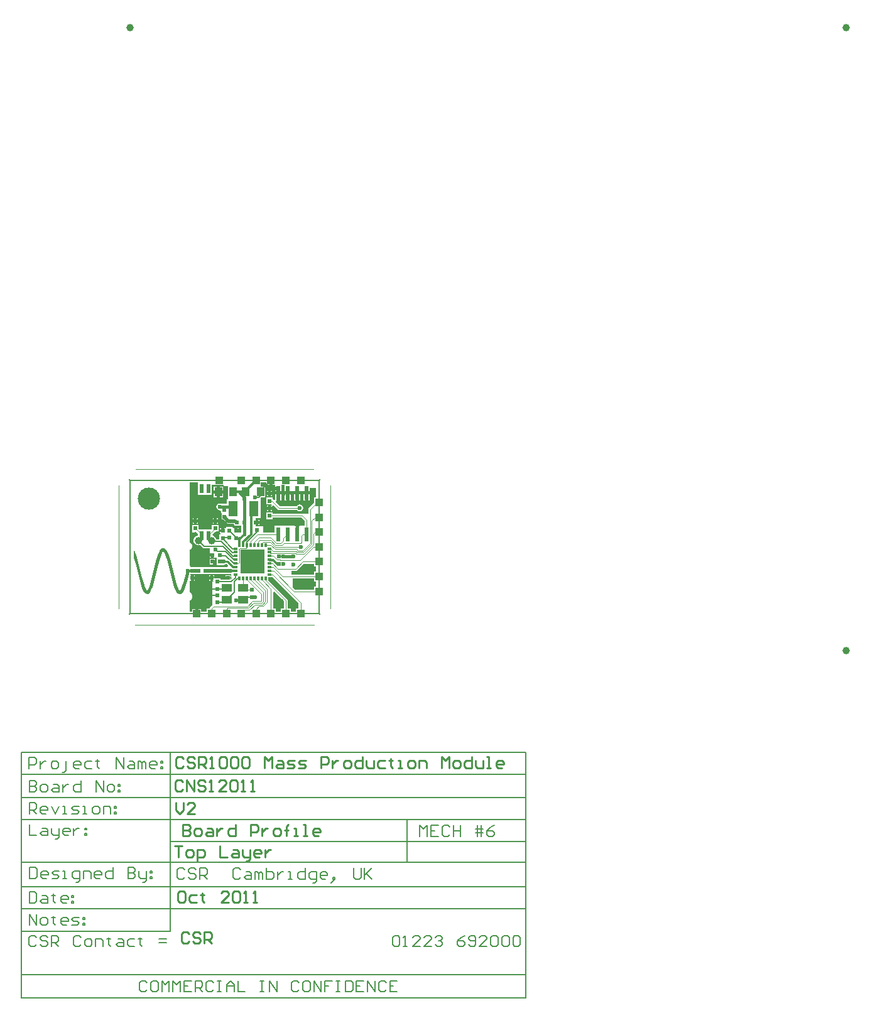
<source format=gtl>
%FSAX44Y44*%
%MOMM*%
G71*
G01*
G75*
G04 Layer_Physical_Order=1*
G04 Layer_Color=255*
%ADD10R,0.6000X1.9000*%
%ADD11R,0.3500X0.5000*%
%ADD12R,0.5000X0.3500*%
%ADD13R,3.2000X3.2000*%
%ADD14R,1.4000X1.1000*%
%ADD15R,0.6000X1.2000*%
%ADD16R,1.3000X2.1000*%
%ADD17R,1.0000X1.2000*%
%ADD18R,0.5000X0.5000*%
%ADD19C,1.0000*%
%ADD20R,0.5000X0.5000*%
%ADD21C,0.2600*%
%ADD22C,0.2000*%
%ADD23C,0.1500*%
%ADD24C,0.4500*%
%ADD25C,0.3500*%
%ADD26C,0.1250*%
%ADD27C,0.4000*%
%ADD28C,0.2540*%
%ADD29C,0.3000*%
%ADD30C,0.5000*%
%ADD31C,0.0000*%
%ADD32C,0.1000*%
%ADD33R,1.0000X1.0000*%
%ADD34C,0.3000*%
%ADD35R,1.0000X1.0000*%
%ADD36C,3.0000*%
%ADD37C,0.6000*%
G36*
X00514209Y00857661D02*
X00514210Y00857662D01*
Y00857662D01*
X00514209Y00857661D01*
D02*
G37*
G36*
X00573640Y00860100D02*
Y00856600D01*
X00568640Y00856100D01*
X00533640D01*
Y00861100D01*
X00568640D01*
X00573640Y00860100D01*
D02*
G37*
G36*
X00443700Y00876078D02*
X00443700Y00876080D01*
X00443699Y00876083D01*
X00443700Y00876078D01*
D02*
G37*
G36*
X00682640Y00864100D02*
X00685140D01*
Y00857100D01*
X00682640D01*
Y00853276D01*
X00652240D01*
Y00853300D01*
X00652240D01*
Y00858424D01*
X00657640D01*
X00657640Y00858423D01*
X00658494Y00858594D01*
X00658664Y00858627D01*
X00659533Y00859208D01*
X00659533Y00859207D01*
X00659533Y00859208D01*
X00668249Y00867924D01*
X00682640D01*
Y00864100D01*
D02*
G37*
G36*
X00446452Y00847987D02*
X00446453Y00847985D01*
X00446452Y00847988D01*
X00446452Y00847987D01*
D02*
G37*
G36*
X00508778Y00837331D02*
X00508778Y00837335D01*
X00508778Y00837335D01*
X00508778Y00837334D01*
X00508777Y00837328D01*
X00508778Y00837331D01*
X00508777Y00837328D01*
X00508776Y00837329D01*
X00508778Y00837334D01*
X00508778Y00837335D01*
X00508778Y00837335D01*
X00508779Y00837336D01*
X00508778Y00837331D01*
D02*
G37*
G36*
X00528640Y00856100D02*
X00515640D01*
Y00856237D01*
X00514340Y00856400D01*
Y00860300D01*
X00515640Y00860733D01*
Y00861100D01*
X00528640D01*
Y00856100D01*
D02*
G37*
G36*
X00533640Y00854061D02*
X00568640D01*
X00568741Y00854081D01*
X00568843Y00854071D01*
X00569134Y00854100D01*
X00570140D01*
Y00852600D01*
Y00847265D01*
X00569640Y00846765D01*
Y00852100D01*
X00562640D01*
Y00851100D01*
X00563640D01*
Y00849600D01*
X00566140D01*
Y00846600D01*
X00563640D01*
Y00846200D01*
X00556340Y00846500D01*
Y00848100D01*
X00547640D01*
Y00848800D01*
X00546140D01*
Y00848600D01*
Y00845100D01*
X00546640D01*
Y00843600D01*
X00545140D01*
Y00827350D01*
Y00812600D01*
X00545140Y00812600D01*
X00545140D01*
X00545206Y00812382D01*
X00544997Y00812243D01*
X00542497Y00809743D01*
X00541917Y00808874D01*
X00541884Y00808704D01*
X00541714Y00807850D01*
X00537963Y00807100D01*
X00537640D01*
Y00803100D01*
X00530140D01*
Y00806600D01*
X00526140D01*
Y00800600D01*
X00522140D01*
Y00806600D01*
X00518140D01*
Y00803100D01*
X00514890D01*
Y00818273D01*
X00515237Y00818343D01*
X00516576Y00819238D01*
X00517472Y00820577D01*
X00517786Y00822158D01*
Y00825657D01*
X00517786Y00825657D01*
X00517786Y00825658D01*
Y00825658D01*
X00517472Y00827238D01*
X00516576Y00828577D01*
X00515237Y00829473D01*
X00514890Y00829541D01*
Y00845100D01*
X00516140D01*
Y00848600D01*
Y00852235D01*
X00515445Y00853082D01*
X00515640Y00854061D01*
X00528640D01*
X00528837Y00854100D01*
X00530640D01*
Y00854100D01*
X00530640D01*
X00530640Y00854100D01*
X00531640D01*
Y00854100D01*
X00533443D01*
X00533640Y00854061D01*
D02*
G37*
G36*
X00481821Y00888288D02*
X00481801Y00888302D01*
X00481801Y00888301D01*
X00481822Y00888288D01*
X00481821Y00888288D01*
X00481822Y00888287D01*
X00481820Y00888286D01*
X00481810Y00888294D01*
X00481801Y00888301D01*
X00481801Y00888301D01*
X00481800Y00888302D01*
X00481821Y00888288D01*
D02*
G37*
G36*
X00475914Y00887798D02*
X00475907Y00887793D01*
X00475899Y00887783D01*
X00475897Y00887782D01*
X00475897Y00887783D01*
X00475896Y00887783D01*
X00475897Y00887783D01*
X00475897Y00887783D01*
X00475907Y00887793D01*
X00475914Y00887799D01*
X00475902Y00887791D01*
X00475897Y00887783D01*
D01*
X00475902Y00887791D01*
X00475914Y00887799D01*
X00475914Y00887798D01*
D02*
G37*
G36*
X00476980Y00888651D02*
X00476979Y00888653D01*
X00476980Y00888653D01*
X00476980Y00888651D01*
D02*
G37*
G36*
X00481799Y00888303D02*
X00481801Y00888301D01*
X00481810Y00888294D01*
X00481821Y00888286D01*
X00482722Y00887420D01*
X00482734Y00887406D01*
X00482735Y00887405D01*
X00483408Y00886521D01*
X00483409Y00886519D01*
X00483409Y00886519D01*
X00483409Y00886520D01*
X00483408Y00886521D01*
X00483401Y00886532D01*
X00483409Y00886519D01*
X00483408Y00886520D01*
X00483409Y00886520D01*
X00483409Y00886519D01*
X00483410Y00886517D01*
X00483409Y00886519D01*
X00483410Y00886517D01*
X00484414Y00884819D01*
X00484412Y00884823D01*
X00484414Y00884819D01*
X00484414Y00884819D01*
X00484413Y00884821D01*
X00484422Y00884808D01*
X00484414Y00884819D01*
X00484420Y00884807D01*
X00485916Y00881407D01*
X00485914Y00881415D01*
X00485915Y00881413D01*
X00485918Y00881403D01*
X00485916Y00881407D01*
X00485917Y00881403D01*
X00488128Y00874628D01*
X00488127Y00874634D01*
X00488129Y00874627D01*
X00488128Y00874628D01*
X00488128Y00874627D01*
X00490798Y00864460D01*
X00490799Y00864458D01*
X00494092Y00850958D01*
X00495842Y00844288D01*
X00497849Y00837784D01*
X00499056Y00834697D01*
X00500500Y00832047D01*
X00500876Y00831586D01*
X00501145Y00831349D01*
X00501281Y00831464D01*
X00501455Y00831642D01*
X00501839Y00832128D01*
X00502221Y00832719D01*
X00502943Y00834077D01*
X00503588Y00835553D01*
X00504742Y00838690D01*
X00505764Y00841933D01*
X00506699Y00845235D01*
X00508430Y00851921D01*
X00510070Y00858660D01*
X00510071Y00858661D01*
X00510075Y00858681D01*
X00510103Y00858724D01*
X00510146Y00858752D01*
X00510196Y00858762D01*
X00510225Y00858756D01*
X00510225Y00858757D01*
X00510228Y00858756D01*
X00510226Y00858756D01*
X00510226Y00858756D01*
X00510226Y00858756D01*
X00510225Y00858756D01*
X00510226Y00858756D01*
Y00858756D01*
X00510226Y00858756D01*
X00510228Y00858756D01*
X00511079Y00858550D01*
X00511154Y00858731D01*
X00511335Y00858967D01*
X00511571Y00859147D01*
X00511845Y00859261D01*
X00512140Y00859300D01*
X00512435Y00859261D01*
X00512709Y00859147D01*
X00512945Y00858967D01*
X00513126Y00858731D01*
X00513240Y00858456D01*
X00513279Y00858161D01*
X00513260Y00858023D01*
X00513260D01*
X00514116Y00857817D01*
X00514134Y00857813D01*
X00514114Y00857817D01*
X00514114Y00857817D01*
X00514209Y00857660D01*
X00514209Y00857661D01*
X00514209D01*
X00514210Y00857662D01*
X00514216Y00857692D01*
X00514210Y00857662D01*
Y00857662D01*
D01*
X00514209Y00857661D01*
X00514209Y00857661D01*
X00514209Y00857661D01*
X00514209Y00857661D01*
D01*
X00514209Y00857659D01*
X00514209Y00857660D01*
X00514209Y00857659D01*
X00510807Y00844117D01*
X00510807Y00844112D01*
X00510807Y00844116D01*
X00510806Y00844112D01*
X00510806Y00844112D01*
X00508778Y00837337D01*
X00508778Y00837335D01*
X00508778Y00837335D01*
X00508775Y00837327D01*
X00507534Y00833954D01*
X00507532Y00833946D01*
X00507529Y00833941D01*
X00505870Y00830525D01*
X00505869Y00830525D01*
X00504619Y00828794D01*
X00504627Y00828803D01*
X00504615Y00828785D01*
X00504610Y00828782D01*
X00504619Y00828794D01*
X00504609Y00828783D01*
X00503647Y00827905D01*
X00503645Y00827903D01*
X00502652Y00827341D01*
X00502639Y00827332D01*
X00502616Y00827328D01*
Y00827328D01*
X00502616Y00827328D01*
X00501303Y00827038D01*
X00501303Y00827038D01*
X00501302Y00827038D01*
D01*
X00501255Y00827037D01*
X00499902Y00827241D01*
X00499901Y00827241D01*
X00499870Y00827247D01*
X00499862Y00827253D01*
X00499862Y00827253D01*
X00498798Y00827788D01*
X00498772Y00827805D01*
X00498772Y00827806D01*
X00497779Y00828661D01*
X00497776Y00828664D01*
X00497775Y00828665D01*
X00497775Y00828665D01*
X00497062Y00829535D01*
X00497061Y00829537D01*
X00497053Y00829548D01*
X00497052Y00829549D01*
X00495979Y00831270D01*
X00495987Y00831258D01*
X00495980Y00831270D01*
X00495980Y00831271D01*
X00495158Y00832980D01*
X00495155Y00832984D01*
X00495154Y00832987D01*
X00495158Y00832980D01*
X00495158Y00832980D01*
X00495159Y00832977D01*
X00495158Y00832980D01*
X00495156Y00832988D01*
X00495156Y00832989D01*
X00493833Y00836363D01*
X00493832Y00836371D01*
X00493832Y00836373D01*
X00491740Y00843144D01*
Y00843143D01*
X00491740Y00843146D01*
X00491740Y00843146D01*
X00491740Y00843145D01*
X00491740Y00843146D01*
X00491740Y00843146D01*
X00491739Y00843150D01*
X00491740Y00843149D01*
X00491739Y00843150D01*
X00489962Y00849921D01*
X00489962Y00849924D01*
X00486665Y00863440D01*
X00484036Y00873452D01*
X00481937Y00879889D01*
X00480638Y00882851D01*
X00479888Y00884124D01*
X00479176Y00884949D01*
X00479154Y00884964D01*
X00478554Y00884348D01*
X00477439Y00882450D01*
X00476174Y00879440D01*
X00474107Y00872979D01*
X00470676Y00859593D01*
X00470676Y00859593D01*
X00467324Y00846045D01*
X00467325Y00846049D01*
X00467324Y00846045D01*
X00465404Y00839271D01*
X00465405Y00839277D01*
X00465403Y00839271D01*
X00464276Y00835884D01*
X00464275Y00835882D01*
X00464275Y00835881D01*
X00464276Y00835884D01*
X00464277Y00835891D01*
X00464272Y00835882D01*
X00464272Y00835881D01*
X00462492Y00831651D01*
X00462493Y00831652D01*
X00462493Y00831651D01*
X00462492Y00831649D01*
X00462492Y00831651D01*
X00462481Y00831634D01*
X00462492Y00831649D01*
X00462481Y00831632D01*
X00462481Y00831634D01*
X00462481Y00831632D01*
X00462480Y00831631D01*
X00460847Y00829057D01*
X00460847Y00829057D01*
X00460832Y00829035D01*
X00460847Y00829056D01*
X00460847Y00829057D01*
X00460831Y00829037D01*
X00459955Y00828140D01*
X00459981Y00828158D01*
X00459980Y00828157D01*
X00459955Y00828140D01*
X00459955Y00828140D01*
X00459955Y00828140D01*
X00459954Y00828140D01*
X00458690Y00827357D01*
X00458689Y00827356D01*
X00458671Y00827345D01*
X00458644Y00827339D01*
X00458641Y00827339D01*
X00456897Y00827044D01*
X00456877Y00827040D01*
X00456898Y00827045D01*
Y00827045D01*
X00456839Y00827049D01*
X00455199Y00827547D01*
X00455199Y00827546D01*
X00455186Y00827549D01*
X00455160Y00827566D01*
X00455160Y00827567D01*
X00454030Y00828402D01*
X00454043Y00828391D01*
X00454026Y00828401D01*
X00454021Y00828409D01*
X00454030Y00828402D01*
X00454022Y00828409D01*
X00453232Y00829310D01*
X00453232Y00829310D01*
X00453231Y00829312D01*
X00452127Y00831016D01*
X00452128Y00831015D01*
X00452128Y00831015D01*
X00452127Y00831016D01*
X00452127Y00831016D01*
X00452118Y00831030D01*
X00452127Y00831016D01*
X00452128Y00831015D01*
X00452119Y00831031D01*
X00450551Y00834434D01*
X00450554Y00834426D01*
X00450551Y00834430D01*
X00450549Y00834439D01*
X00450551Y00834434D01*
X00450550Y00834439D01*
X00448291Y00841213D01*
X00448292Y00841208D01*
X00448291Y00841215D01*
X00448291Y00841213D01*
X00448291Y00841215D01*
X00446452Y00847987D01*
X00446452Y00847988D01*
X00446452Y00847989D01*
X00443137Y00861516D01*
X00443136Y00861518D01*
X00441457Y00868231D01*
X00439621Y00874858D01*
X00439465Y00875300D01*
Y00886424D01*
X00439569Y00886280D01*
X00439565Y00886286D01*
X00439572Y00886275D01*
X00439569Y00886280D01*
X00439572Y00886275D01*
X00439572Y00886274D01*
X00440546Y00884572D01*
X00440547Y00884570D01*
X00440546Y00884571D01*
X00440553Y00884561D01*
X00440547Y00884570D01*
X00440551Y00884561D01*
X00441332Y00882860D01*
X00441333Y00882852D01*
X00441334Y00882852D01*
X00442617Y00879476D01*
X00442619Y00879472D01*
X00442619Y00879477D01*
X00442620Y00879470D01*
X00442619Y00879472D01*
X00442620Y00879469D01*
X00443700Y00876080D01*
X00443700Y00876078D01*
X00445577Y00869302D01*
X00445577Y00869304D01*
X00445578Y00869301D01*
Y00869301D01*
X00445578Y00869300D01*
X00445578Y00869300D01*
X00445578Y00869302D01*
X00445578Y00869301D01*
X00445577Y00869303D01*
X00445578Y00869302D01*
X00445577Y00869302D01*
X00445578Y00869301D01*
X00445578Y00869300D01*
X00445578Y00869300D01*
X00447273Y00862527D01*
X00447273Y00862524D01*
X00450577Y00849044D01*
X00452379Y00842403D01*
X00453380Y00839151D01*
X00454513Y00835995D01*
X00455845Y00833092D01*
X00456616Y00831894D01*
X00456977Y00831479D01*
X00457146Y00831348D01*
X00457209Y00831393D01*
X00457556Y00831758D01*
X00458691Y00833573D01*
X00460269Y00837331D01*
X00461338Y00840539D01*
X00463207Y00847132D01*
X00466537Y00860592D01*
X00466537Y00860593D01*
X00470012Y00874148D01*
X00470012Y00874147D01*
D01*
X00470012Y00874148D01*
Y00874148D01*
X00470013Y00874150D01*
X00470013Y00874149D01*
X00470012Y00874147D01*
X00470011Y00874141D01*
X00470013Y00874148D01*
X00470013Y00874149D01*
X00470014Y00874150D01*
X00472180Y00880920D01*
X00472182Y00880928D01*
X00472182Y00880928D01*
X00472180Y00880920D01*
X00472180Y00880920D01*
X00472180Y00880916D01*
X00472180Y00880920D01*
X00472185Y00880928D01*
X00472184Y00880929D01*
X00472182Y00880928D01*
X00472183Y00880929D01*
X00472182Y00880929D01*
X00472183Y00880929D01*
D01*
X00472184Y00880931D01*
X00472184Y00880929D01*
X00472185Y00880930D01*
X00473607Y00884310D01*
X00473606Y00884310D01*
X00473607Y00884311D01*
X00473607Y00884312D01*
X00473607Y00884312D01*
X00473607Y00884312D01*
X00473607Y00884312D01*
X00473608Y00884313D01*
X00473608Y00884313D01*
X00473617Y00884326D01*
X00473616Y00884325D01*
X00473617Y00884326D01*
X00475147Y00886902D01*
X00475140Y00886892D01*
X00475152Y00886910D01*
X00475147Y00886902D01*
X00475153Y00886910D01*
X00475153Y00886910D01*
X00475897Y00887782D01*
X00475899Y00887783D01*
X00475914Y00887799D01*
X00476951Y00888634D01*
X00476951Y00888634D01*
X00476979Y00888653D01*
Y00888653D01*
X00476952Y00888634D01*
X00476952Y00888634D01*
X00476981Y00888652D01*
X00477432Y00888849D01*
X00480928D01*
X00481799Y00888303D01*
D02*
G37*
G36*
X00441334Y00882857D02*
X00441335Y00882853D01*
X00441332Y00882860D01*
X00441332Y00882861D01*
X00441334Y00882857D01*
D02*
G37*
G36*
X00472182Y00880928D02*
X00472182Y00880928D01*
X00472182Y00880929D01*
X00472182Y00880928D01*
D02*
G37*
G36*
X00482726Y00887420D02*
X00482736Y00887405D01*
X00482734Y00887406D01*
X00482724Y00887421D01*
X00482726Y00887420D01*
D02*
G37*
G36*
X00473608Y00884313D02*
X00473607Y00884312D01*
X00473608Y00884313D01*
X00473608Y00884313D01*
D02*
G37*
G36*
X00456840Y00827048D02*
X00456877Y00827040D01*
X00456839Y00827048D01*
X00456839Y00827048D01*
X00456840Y00827048D01*
D02*
G37*
G36*
X00501257Y00827036D02*
X00501257Y00827036D01*
X00501256Y00827036D01*
X00501257Y00827036D01*
D02*
G37*
G36*
X00497779Y00828661D02*
X00497791Y00828648D01*
X00497782Y00828653D01*
X00497776Y00828663D01*
X00497776Y00828664D01*
X00497779Y00828661D01*
D02*
G37*
G36*
X00503645Y00827903D02*
X00503647Y00827905D01*
X00503670Y00827919D01*
X00503645Y00827903D01*
D02*
G37*
G36*
X00661464Y00814241D02*
Y00807100D01*
X00657640D01*
Y00803100D01*
X00650640D01*
Y00807100D01*
X00646816D01*
Y00818350D01*
X00646816Y00818350D01*
X00646647Y00819204D01*
X00646613Y00819374D01*
X00646033Y00820242D01*
X00646032Y00820242D01*
X00620390Y00845885D01*
Y00849600D01*
X00626105D01*
X00661464Y00814241D01*
D02*
G37*
G36*
X00641464Y00817241D02*
Y00807100D01*
X00637640D01*
Y00803100D01*
X00630640D01*
Y00807100D01*
X00626792D01*
Y00829299D01*
X00628640Y00830065D01*
X00641464Y00817241D01*
D02*
G37*
G36*
X00501302Y00827038D02*
X00501275Y00827033D01*
X00501302Y00827038D01*
Y00827038D01*
D02*
G37*
G36*
X00501275Y00827033D02*
X00501257Y00827036D01*
Y00827036D01*
X00501275Y00827033D01*
D02*
G37*
G36*
X00682640Y00844100D02*
X00685140D01*
Y00837100D01*
X00682640D01*
Y00833276D01*
X00656499D01*
X00653094Y00836681D01*
X00653640Y00838000D01*
X00653640D01*
X00653640Y00838000D01*
Y00847924D01*
X00682640D01*
Y00844100D01*
D02*
G37*
G36*
X00505869Y00830525D02*
X00505870Y00830525D01*
X00505882Y00830543D01*
X00505869Y00830525D01*
D02*
G37*
G36*
X00493833Y00836363D02*
X00493834Y00836360D01*
X00493832Y00836371D01*
X00493833Y00836363D01*
D02*
G37*
G36*
X00507535Y00833947D02*
X00507530Y00833941D01*
X00507532Y00833946D01*
X00507536Y00833953D01*
X00507535Y00833947D01*
D02*
G37*
G36*
X00453232Y00829310D02*
X00453243Y00829294D01*
X00453232Y00829310D01*
X00453232Y00829310D01*
D02*
G37*
G36*
X00497775Y00828665D02*
X00497776Y00828664D01*
X00497775Y00828664D01*
X00497776Y00828663D01*
X00497776Y00828663D01*
D01*
X00497776Y00828663D01*
X00497775Y00828664D01*
D01*
X00497774Y00828665D01*
X00497775Y00828665D01*
D02*
G37*
G36*
X00497053Y00829548D02*
X00497061Y00829535D01*
X00497052Y00829549D01*
X00497053Y00829548D01*
D02*
G37*
G36*
X00497062Y00829535D02*
X00497062Y00829534D01*
X00497060Y00829537D01*
X00497062Y00829535D01*
D02*
G37*
G36*
X00525640Y00977100D02*
X00525640D01*
Y00961100D01*
X00544640D01*
Y00974100D01*
X00560640D01*
Y00972600D01*
X00566140D01*
Y00972600D01*
X00566140Y00972600D01*
X00566140Y00972600D01*
Y00956600D01*
Y00954600D01*
X00564515D01*
Y00948573D01*
X00556944D01*
X00556704Y00948734D01*
X00554948Y00949083D01*
X00553192Y00948734D01*
X00551704Y00947739D01*
X00550709Y00946251D01*
X00550360Y00944495D01*
X00550709Y00942739D01*
X00551704Y00941251D01*
X00553192Y00940256D01*
X00554948Y00939907D01*
X00555094Y00939936D01*
X00556640Y00938667D01*
Y00936350D01*
X00557890D01*
Y00934350D01*
X00557640D01*
Y00927350D01*
X00560390D01*
X00565640Y00922100D01*
X00573890D01*
Y00922100D01*
X00574640Y00921350D01*
Y00919600D01*
X00583640D01*
Y00918600D01*
X00583807D01*
Y00909600D01*
X00583740D01*
Y00909600D01*
X00580640D01*
X00580640Y00909600D01*
X00580640Y00909600D01*
X00580640Y00909600D01*
Y00910600D01*
X00577140D01*
Y00912600D01*
X00575140D01*
Y00916100D01*
X00573640D01*
Y00916100D01*
X00573640D01*
X00572390Y00917350D01*
Y00917350D01*
X00563390D01*
Y00916100D01*
X00562640D01*
Y00916100D01*
X00561140D01*
Y00912600D01*
X00559140D01*
Y00910600D01*
X00555640D01*
Y00909100D01*
X00555798D01*
Y00907100D01*
X00554640D01*
Y00900684D01*
X00550514D01*
X00550473Y00900997D01*
X00549818Y00902578D01*
X00548776Y00903936D01*
X00547418Y00904978D01*
X00545837Y00905633D01*
X00545534Y00905673D01*
X00544892Y00907566D01*
X00548425Y00911100D01*
X00553640D01*
Y00920100D01*
X00544640D01*
Y00914885D01*
X00543855Y00914100D01*
X00527425D01*
X00526640Y00914885D01*
Y00920100D01*
X00517640D01*
Y00911100D01*
X00518085D01*
Y00909443D01*
X00518085D01*
Y00907258D01*
X00520890D01*
Y00909443D01*
X00520890D01*
Y00909686D01*
X00522304Y00911100D01*
X00522855D01*
X00525640Y00908315D01*
Y00905790D01*
X00524443Y00905633D01*
X00522862Y00904978D01*
X00521504Y00903936D01*
X00520462Y00902578D01*
X00519807Y00900997D01*
X00519584Y00899300D01*
X00519807Y00897603D01*
X00520462Y00896022D01*
X00521504Y00894664D01*
X00522862Y00893622D01*
X00524443Y00892967D01*
X00526140Y00892744D01*
X00527837Y00892967D01*
X00528523Y00893252D01*
X00529425Y00892350D01*
X00532057Y00889717D01*
X00532967Y00889109D01*
X00534040Y00888896D01*
X00541640D01*
Y00883100D01*
Y00881600D01*
X00545140D01*
Y00879600D01*
X00547140D01*
Y00876100D01*
X00550640D01*
Y00875100D01*
X00550640D01*
Y00866100D01*
X00559640D01*
Y00866100D01*
X00559651Y00866109D01*
X00560140Y00866012D01*
X00561896Y00866361D01*
X00563250Y00867266D01*
X00564159D01*
X00566438Y00864987D01*
X00565673Y00863139D01*
X00533640D01*
X00533443Y00863100D01*
X00531640D01*
D01*
D01*
X00531640Y00863100D01*
X00530640D01*
Y00863100D01*
X00528837D01*
X00528640Y00863139D01*
X00515640D01*
X00515390Y00864396D01*
Y00864396D01*
X00514890Y00866909D01*
Y00886774D01*
X00515237Y00886842D01*
X00516576Y00887738D01*
X00517472Y00889077D01*
X00517786Y00890658D01*
Y00892350D01*
Y00892907D01*
Y00892907D01*
X00517472Y00894488D01*
X00516576Y00895827D01*
X00515237Y00896722D01*
X00514890Y00896792D01*
Y00977850D01*
X00525640D01*
Y00977100D01*
D02*
G37*
G36*
X00626140Y00974600D02*
X00630090D01*
Y00974100D01*
X00630090D01*
Y00965600D01*
X00638090D01*
Y00974100D01*
X00638090D01*
D01*
D01*
D01*
X00638090Y00974100D01*
D01*
X00638090Y00974100D01*
X00642790D01*
Y00974100D01*
X00642790Y00974100D01*
X00642790Y00974100D01*
Y00965600D01*
X00650790D01*
Y00966200D01*
X00655490D01*
Y00965600D01*
X00668190D01*
Y00965600D01*
X00676190D01*
Y00970300D01*
X00685140D01*
Y00957350D01*
X00682640D01*
Y00950635D01*
X00674997Y00942992D01*
X00674417Y00942124D01*
X00674384Y00941954D01*
X00674214Y00941100D01*
X00674214Y00941100D01*
Y00935600D01*
X00657140D01*
Y00935276D01*
X00626640D01*
Y00937100D01*
X00617640D01*
Y00928100D01*
X00626640D01*
Y00929924D01*
X00665281D01*
X00669464Y00925741D01*
Y00919600D01*
X00663140D01*
Y00918100D01*
X00661490D01*
Y00907600D01*
X00657490D01*
Y00918100D01*
X00656140D01*
Y00919600D01*
X00629140D01*
Y00919100D01*
X00629090D01*
Y00910276D01*
X00613340D01*
Y00910300D01*
X00613340D01*
Y00918100D01*
X00603140D01*
Y00918101D01*
Y00923600D01*
Y00927100D01*
Y00929600D01*
X00610140D01*
Y00957600D01*
X00616140D01*
Y00971600D01*
X00610640D01*
Y00972600D01*
X00610640D01*
Y00974100D01*
Y00977850D01*
X00618140D01*
Y00974600D01*
X00622140D01*
Y00980600D01*
X00626140D01*
Y00974600D01*
D02*
G37*
%LPC*%
G36*
X00670190Y00961600D02*
X00668190D01*
Y00953100D01*
X00670190D01*
Y00961600D01*
D02*
G37*
G36*
X00650790D02*
X00648790D01*
Y00953100D01*
X00650790D01*
Y00961600D01*
D02*
G37*
G36*
X00452128Y00831015D02*
X00452128Y00831015D01*
X00452129Y00831013D01*
X00452128Y00831015D01*
D02*
G37*
G36*
X00657490Y00961600D02*
X00655490D01*
Y00953100D01*
X00657490D01*
Y00961600D01*
D02*
G37*
G36*
X00676190Y00961600D02*
X00674190D01*
Y00953100D01*
X00676190D01*
Y00961600D01*
D02*
G37*
G36*
X00510808Y00844119D02*
X00510807Y00844116D01*
X00510807Y00844117D01*
X00510808Y00844119D01*
D02*
G37*
G36*
X00521640Y00846600D02*
X00520140D01*
Y00845100D01*
X00521640D01*
Y00846600D01*
D02*
G37*
G36*
X00491740Y00843149D02*
X00491740Y00843146D01*
X00491740Y00843144D01*
X00491740Y00843146D01*
X00491740Y00843149D01*
D02*
G37*
G36*
X00644790Y00961600D02*
X00642790D01*
Y00953100D01*
X00644790D01*
Y00961600D01*
D02*
G37*
G36*
X00638090Y00961600D02*
X00636090D01*
Y00953100D01*
X00638090D01*
Y00961600D01*
D02*
G37*
G36*
X00663490Y00961600D02*
X00661490D01*
Y00953100D01*
X00663490D01*
Y00961600D01*
D02*
G37*
G36*
X00625640Y00966100D02*
X00624140D01*
Y00964600D01*
X00625640D01*
Y00966100D01*
D02*
G37*
G36*
X00620140D02*
X00618640D01*
Y00964600D01*
X00620140D01*
Y00966100D01*
D02*
G37*
G36*
X00551140Y00971600D02*
X00547140D01*
Y00966600D01*
X00551140D01*
Y00971600D01*
D02*
G37*
G36*
X00557140Y00916100D02*
X00555640D01*
Y00914600D01*
X00557140D01*
Y00916100D01*
D02*
G37*
G36*
X00559140Y00971600D02*
X00555140D01*
Y00966600D01*
X00559140D01*
Y00971600D01*
D02*
G37*
G36*
X00551140Y00962600D02*
X00547140D01*
Y00957600D01*
X00551140D01*
Y00962600D01*
D02*
G37*
G36*
X00632090Y00961600D02*
X00630090D01*
Y00954048D01*
X00629294Y00953719D01*
X00629295D01*
X00628242Y00953283D01*
X00627033Y00954492D01*
X00626640Y00954755D01*
Y00957100D01*
X00617640D01*
Y00948100D01*
X00624270D01*
X00625382Y00946437D01*
X00625242Y00946100D01*
X00624140D01*
Y00944600D01*
X00625640D01*
Y00945702D01*
X00627374Y00946420D01*
D01*
X00627488Y00946467D01*
X00632747Y00941208D01*
X00632747Y00941207D01*
X00633616Y00940627D01*
X00633616Y00940627D01*
X00633616Y00940627D01*
D01*
X00633616Y00940627D01*
X00633616Y00940627D01*
X00634640Y00940424D01*
X00659266D01*
X00659646Y00939856D01*
X00661134Y00938861D01*
X00662890Y00938512D01*
X00664646Y00938861D01*
X00666134Y00939856D01*
X00667129Y00941344D01*
X00667478Y00943100D01*
X00667129Y00944856D01*
X00666134Y00946344D01*
X00664646Y00947339D01*
X00662890Y00947688D01*
X00661134Y00947339D01*
X00659646Y00946344D01*
X00659266Y00945776D01*
X00635749D01*
X00630273Y00951252D01*
X00630709Y00952304D01*
X00630709Y00952304D01*
X00631038Y00953100D01*
X00632090D01*
Y00961600D01*
D02*
G37*
G36*
X00559140Y00962600D02*
X00555140D01*
Y00957600D01*
X00559140D01*
Y00962600D01*
D02*
G37*
G36*
X00625640Y00960600D02*
X00624140D01*
Y00959100D01*
X00625640D01*
Y00960600D01*
D02*
G37*
G36*
X00620140D02*
X00618640D01*
Y00959100D01*
X00620140D01*
Y00960600D01*
D02*
G37*
G36*
X00608640Y00927100D02*
X00607140D01*
Y00925600D01*
X00608640D01*
Y00927100D01*
D02*
G37*
G36*
X00473616Y00884325D02*
X00473608Y00884313D01*
X00473607Y00884310D01*
X00473610Y00884312D01*
X00473616Y00884325D01*
D02*
G37*
G36*
X00520140Y00929100D02*
X00518640D01*
Y00927600D01*
X00520140D01*
Y00929100D01*
D02*
G37*
G36*
X00525640D02*
X00524140D01*
Y00927600D01*
X00525640D01*
Y00929100D01*
D02*
G37*
G36*
X00543140Y00877600D02*
X00541640D01*
Y00876100D01*
X00543140D01*
Y00877600D01*
D02*
G37*
G36*
X00520140Y00923600D02*
X00518640D01*
Y00922100D01*
X00520140D01*
Y00923600D01*
D02*
G37*
G36*
X00608640Y00921600D02*
X00607140D01*
Y00920100D01*
X00608640D01*
Y00921600D01*
D02*
G37*
G36*
X00525640Y00923600D02*
X00524140D01*
Y00922100D01*
X00525640D01*
Y00923600D01*
D02*
G37*
G36*
X00552640D02*
X00551140D01*
Y00922100D01*
X00552640D01*
Y00923600D01*
D02*
G37*
G36*
X00547140D02*
X00545640D01*
Y00922100D01*
X00547140D01*
Y00923600D01*
D02*
G37*
G36*
X00548640Y00874100D02*
X00541640D01*
Y00870879D01*
X00541274D01*
Y00868694D01*
X00541640D01*
Y00867100D01*
X00548640D01*
Y00868600D01*
X00545140D01*
Y00872600D01*
X00548640D01*
Y00874100D01*
D02*
G37*
G36*
X00542140Y00852100D02*
X00540640D01*
Y00851100D01*
X00542140D01*
Y00852100D01*
D02*
G37*
G36*
X00547640D02*
X00546140D01*
Y00851100D01*
X00547640D01*
Y00852100D01*
D02*
G37*
G36*
X00521640Y00852100D02*
X00520140D01*
Y00850600D01*
X00521640D01*
Y00852100D01*
D02*
G37*
G36*
X00542140Y00846600D02*
X00540640D01*
Y00845100D01*
X00542140D01*
Y00846600D01*
D02*
G37*
G36*
X00580640Y00916100D02*
X00579140D01*
Y00914600D01*
X00580640D01*
Y00916100D01*
D02*
G37*
G36*
X00552640Y00929100D02*
X00551140D01*
Y00927600D01*
X00552640D01*
Y00929100D01*
D02*
G37*
G36*
X00547140D02*
X00545640D01*
Y00927600D01*
X00547140D01*
Y00929100D01*
D02*
G37*
G36*
X00620140Y00940600D02*
X00618640D01*
Y00939100D01*
X00620140D01*
Y00940600D01*
D02*
G37*
G36*
Y00946100D02*
X00618640D01*
Y00944600D01*
X00620140D01*
Y00946100D01*
D02*
G37*
G36*
X00625640Y00940600D02*
X00624140D01*
Y00939100D01*
X00625640D01*
Y00940600D01*
D02*
G37*
%LPD*%
D10*
X00634090Y00907600D02*
D03*
X00646790Y00907600D02*
D03*
X00659490Y00907600D02*
D03*
X00672190Y00907600D02*
D03*
X00634090Y00963600D02*
D03*
X00646790Y00963600D02*
D03*
X00659490Y00963600D02*
D03*
X00672190Y00963600D02*
D03*
D11*
X00581640Y00893350D02*
D03*
X00586640D02*
D03*
X00591640D02*
D03*
X00596640D02*
D03*
X00606640Y00847850D02*
D03*
X00601640D02*
D03*
X00596640D02*
D03*
X00591640D02*
D03*
X00586640D02*
D03*
X00581640D02*
D03*
X00616640Y00893350D02*
D03*
X00611640D02*
D03*
X00606640D02*
D03*
X00601640D02*
D03*
X00616640Y00847850D02*
D03*
X00611640D02*
D03*
D12*
X00576140Y00888350D02*
D03*
Y00883350D02*
D03*
Y00878350D02*
D03*
Y00873350D02*
D03*
Y00868350D02*
D03*
Y00863350D02*
D03*
Y00858350D02*
D03*
X00621890Y00878350D02*
D03*
Y00883600D02*
D03*
Y00888350D02*
D03*
Y00873350D02*
D03*
Y00868350D02*
D03*
Y00863350D02*
D03*
Y00858350D02*
D03*
Y00853350D02*
D03*
X00576140Y00853350D02*
D03*
D13*
X00599140Y00870600D02*
D03*
D14*
X00586140Y00819600D02*
D03*
X00564140D02*
D03*
Y00835600D02*
D03*
X00586140Y00835600D02*
D03*
D15*
X00530640Y00906100D02*
D03*
Y00969100D02*
D03*
X00539640D02*
D03*
Y00906100D02*
D03*
D16*
X00573015Y00942100D02*
D03*
X00601265D02*
D03*
D17*
X00610140Y00964600D02*
D03*
X00590140D02*
D03*
X00553140D02*
D03*
X00573140D02*
D03*
D18*
X00518140Y00848600D02*
D03*
Y00858600D02*
D03*
X00622140Y00962600D02*
D03*
Y00952600D02*
D03*
X00577140Y00912600D02*
D03*
Y00902600D02*
D03*
X00635140Y00877600D02*
D03*
Y00867600D02*
D03*
X00622140Y00942600D02*
D03*
Y00932600D02*
D03*
X00552140Y00833600D02*
D03*
Y00843600D02*
D03*
X00561140Y00930850D02*
D03*
Y00940850D02*
D03*
X00598140Y00822600D02*
D03*
Y00832600D02*
D03*
X00549140Y00925600D02*
D03*
Y00915600D02*
D03*
X00522140Y00925600D02*
D03*
Y00915600D02*
D03*
X00552140Y00825600D02*
D03*
Y00815600D02*
D03*
X00559140Y00912600D02*
D03*
Y00902600D02*
D03*
X00544140Y00848600D02*
D03*
Y00858600D02*
D03*
X00605140Y00923600D02*
D03*
Y00913600D02*
D03*
X00567890Y00902850D02*
D03*
Y00912850D02*
D03*
X00566140Y00848600D02*
D03*
Y00858600D02*
D03*
D19*
X01399140Y00750600D02*
D03*
Y01590600D02*
D03*
X00434140D02*
D03*
X00526140Y00899300D02*
D03*
X00544140D02*
D03*
D20*
X00578140Y00923100D02*
D03*
X00588140D02*
D03*
X00545140Y00870600D02*
D03*
X00555140D02*
D03*
X00526140Y00858600D02*
D03*
X00536140D02*
D03*
X00545140Y00879600D02*
D03*
X00555140D02*
D03*
D21*
X00659490Y00922450D02*
X00662140Y00925100D01*
X00553140Y00964600D02*
X00554140D01*
X00659490Y00907600D02*
Y00922450D01*
D22*
X00622140Y00962600D02*
X00635740D01*
X00575640Y00902600D02*
X00581490D01*
X00541140Y00820600D02*
Y00825600D01*
X00552140D01*
X00610140Y00966600D02*
X00624140Y00980600D01*
X00602840Y00957100D02*
X00607540D01*
X00610140Y00959700D01*
Y00964600D01*
X00552140Y00833600D02*
X00562140D01*
X00564140Y00835600D01*
X00541140Y00830600D02*
X00544140Y00833600D01*
X00552140D01*
X00611140Y00952600D02*
X00613140Y00950600D01*
Y00930600D02*
Y00940600D01*
Y00922600D02*
Y00930600D01*
Y00940600D02*
Y00950600D01*
X00610140Y00964600D02*
Y00966600D01*
X00613140Y00922600D02*
X00615140Y00920600D01*
X00567890Y00912350D02*
Y00912850D01*
X00575640Y00902600D02*
Y00904600D01*
X00567890Y00912350D02*
X00575640Y00904600D01*
X00635140Y00877600D02*
X00640640D01*
X00635740Y00962600D02*
X00636740Y00963600D01*
X00589140Y00822600D02*
X00598140D01*
X00586140Y00819600D02*
X00589140Y00822600D01*
X00552140Y00815600D02*
X00560140D01*
X00564140Y00819600D01*
X00574390Y00843600D02*
X00578640Y00847850D01*
X00574390Y00829850D02*
Y00843600D01*
X00564140Y00819600D02*
X00574390Y00829850D01*
X00578640Y00847850D02*
X00581640D01*
X00581490Y00902600D02*
X00581690Y00902400D01*
X00582315Y00901775D01*
X00566140Y00848600D02*
X00570340D01*
X00967940Y00282760D02*
Y00432640D01*
X00287837Y00282569D02*
X00967836D01*
X00807837Y00465498D02*
Y00522569D01*
X00487940Y00493569D02*
X00761837D01*
X00487940Y00405173D02*
Y00432640D01*
X00287940Y00416569D02*
Y00432640D01*
X00757836Y00493569D02*
X00967940D01*
X00287837Y00372569D02*
X00487836D01*
X00287940Y00282760D02*
Y00416569D01*
Y00613760D02*
X00967940Y00613640D01*
X00287940Y00552640D02*
X00477940Y00552640D01*
X00287940Y00522640D02*
X00477940D01*
X00287940Y00432640D02*
X00477940D01*
X00287940Y00402640D02*
X00477940D01*
X00487940Y00432640D02*
Y00613760D01*
X00287940Y00432640D02*
Y00613760D01*
X00477940Y00552640D02*
X00967940D01*
X00477940Y00522640D02*
X00967940D01*
X00477940Y00432640D02*
X00967940D01*
X00477940Y00402640D02*
X00967940D01*
Y00432640D02*
Y00613640D01*
X00487940Y00372569D02*
Y00405173D01*
X00287940Y00465569D02*
X00967940D01*
X00287940Y00583569D02*
X00967940D01*
X00287940Y00313569D02*
X00967940D01*
X00456937Y00303256D02*
X00454437Y00305755D01*
X00449439D01*
X00446940Y00303256D01*
Y00293259D01*
X00449439Y00290760D01*
X00454437D01*
X00456937Y00293259D01*
X00469433Y00305755D02*
X00464434D01*
X00461935Y00303256D01*
Y00293259D01*
X00464434Y00290760D01*
X00469433D01*
X00471932Y00293259D01*
Y00303256D01*
X00469433Y00305755D01*
X00476930Y00290760D02*
Y00305755D01*
X00481929Y00300757D01*
X00486927Y00305755D01*
Y00290760D01*
X00491925D02*
Y00305755D01*
X00496924Y00300757D01*
X00501922Y00305755D01*
Y00290760D01*
X00516917Y00305755D02*
X00506921D01*
Y00290760D01*
X00516917D01*
X00506921Y00298258D02*
X00511919D01*
X00521916Y00290760D02*
Y00305755D01*
X00529413D01*
X00531912Y00303256D01*
Y00298258D01*
X00529413Y00295758D01*
X00521916D01*
X00526914D02*
X00531912Y00290760D01*
X00546908Y00303256D02*
X00544408Y00305755D01*
X00539410D01*
X00536911Y00303256D01*
Y00293259D01*
X00539410Y00290760D01*
X00544408D01*
X00546908Y00293259D01*
X00551906Y00305755D02*
X00556904D01*
X00554405D01*
Y00290760D01*
X00551906D01*
X00556904D01*
X00564402D02*
Y00300757D01*
X00569400Y00305755D01*
X00574399Y00300757D01*
Y00290760D01*
Y00298258D01*
X00564402D01*
X00579397Y00305755D02*
Y00290760D01*
X00589394D01*
X00609387Y00305755D02*
X00614386D01*
X00611887D01*
Y00290760D01*
X00609387D01*
X00614386D01*
X00621883D02*
Y00305755D01*
X00631880Y00290760D01*
Y00305755D01*
X00661870Y00303256D02*
X00659371Y00305755D01*
X00654373D01*
X00651874Y00303256D01*
Y00293259D01*
X00654373Y00290760D01*
X00659371D01*
X00661870Y00293259D01*
X00674366Y00305755D02*
X00669368D01*
X00666869Y00303256D01*
Y00293259D01*
X00669368Y00290760D01*
X00674366D01*
X00676865Y00293259D01*
Y00303256D01*
X00674366Y00305755D01*
X00681864Y00290760D02*
Y00305755D01*
X00691861Y00290760D01*
Y00305755D01*
X00706856D02*
X00696859D01*
Y00298258D01*
X00701857D01*
X00696859D01*
Y00290760D01*
X00711854Y00305755D02*
X00716853D01*
X00714353D01*
Y00290760D01*
X00711854D01*
X00716853D01*
X00724350Y00305755D02*
Y00290760D01*
X00731848D01*
X00734347Y00293259D01*
Y00303256D01*
X00731848Y00305755D01*
X00724350D01*
X00749342D02*
X00739345D01*
Y00290760D01*
X00749342D01*
X00739345Y00298258D02*
X00744344D01*
X00754341Y00290760D02*
Y00305755D01*
X00764337Y00290760D01*
Y00305755D01*
X00779332Y00303256D02*
X00776833Y00305755D01*
X00771835D01*
X00769336Y00303256D01*
Y00293259D01*
X00771835Y00290760D01*
X00776833D01*
X00779332Y00293259D01*
X00794327Y00305755D02*
X00784331D01*
Y00290760D01*
X00794327D01*
X00784331Y00298258D02*
X00789329D01*
X00298336Y00380569D02*
Y00395564D01*
X00308333Y00380569D01*
Y00395564D01*
X00315831Y00380569D02*
X00320829D01*
X00323328Y00383068D01*
Y00388067D01*
X00320829Y00390566D01*
X00315831D01*
X00313332Y00388067D01*
Y00383068D01*
X00315831Y00380569D01*
X00330826Y00393065D02*
Y00390566D01*
X00328327D01*
X00333325D01*
X00330826D01*
Y00383068D01*
X00333325Y00380569D01*
X00348320D02*
X00343322D01*
X00340823Y00383068D01*
Y00388067D01*
X00343322Y00390566D01*
X00348320D01*
X00350819Y00388067D01*
Y00385568D01*
X00340823D01*
X00355818Y00380569D02*
X00363315D01*
X00365815Y00383068D01*
X00363315Y00385568D01*
X00358317D01*
X00355818Y00388067D01*
X00358317Y00390566D01*
X00365815D01*
X00370813D02*
X00373312D01*
Y00388067D01*
X00370813D01*
Y00390566D01*
Y00383068D02*
X00373312D01*
Y00380569D01*
X00370813D01*
Y00383068D01*
X00298336Y00530569D02*
Y00545564D01*
X00305834D01*
X00308333Y00543065D01*
Y00538067D01*
X00305834Y00535568D01*
X00298336D01*
X00303335D02*
X00308333Y00530569D01*
X00320829D02*
X00315831D01*
X00313332Y00533068D01*
Y00538067D01*
X00315831Y00540566D01*
X00320829D01*
X00323328Y00538067D01*
Y00535568D01*
X00313332D01*
X00328327Y00540566D02*
X00333325Y00530569D01*
X00338324Y00540566D01*
X00343322Y00530569D02*
X00348320D01*
X00345821D01*
Y00540566D01*
X00343322D01*
X00355818Y00530569D02*
X00363315D01*
X00365815Y00533068D01*
X00363315Y00535568D01*
X00358317D01*
X00355818Y00538067D01*
X00358317Y00540566D01*
X00365815D01*
X00370813Y00530569D02*
X00375811D01*
X00373312D01*
Y00540566D01*
X00370813D01*
X00385808Y00530569D02*
X00390807D01*
X00393306Y00533068D01*
Y00538067D01*
X00390807Y00540566D01*
X00385808D01*
X00383309Y00538067D01*
Y00533068D01*
X00385808Y00530569D01*
X00398304D02*
Y00540566D01*
X00405802D01*
X00408301Y00538067D01*
Y00530569D01*
X00413299Y00540566D02*
X00415798D01*
Y00538067D01*
X00413299D01*
Y00540566D01*
Y00533068D02*
X00415798D01*
Y00530569D01*
X00413299D01*
Y00533068D01*
X00298336Y00516564D02*
Y00501569D01*
X00308333D01*
X00315831Y00511566D02*
X00320829D01*
X00323328Y00509067D01*
Y00501569D01*
X00315831D01*
X00313332Y00504068D01*
X00315831Y00506567D01*
X00323328D01*
X00328327Y00511566D02*
Y00504068D01*
X00330826Y00501569D01*
X00338324D01*
Y00499070D01*
X00335824Y00496571D01*
X00333325D01*
X00338324Y00501569D02*
Y00511566D01*
X00350819Y00501569D02*
X00345821D01*
X00343322Y00504068D01*
Y00509067D01*
X00345821Y00511566D01*
X00350819D01*
X00353319Y00509067D01*
Y00506567D01*
X00343322D01*
X00358317Y00511566D02*
Y00501569D01*
Y00506567D01*
X00360816Y00509067D01*
X00363315Y00511566D01*
X00365815D01*
X00373312D02*
X00375811D01*
Y00509067D01*
X00373312D01*
Y00511566D01*
Y00504068D02*
X00375811D01*
Y00501569D01*
X00373312D01*
Y00504068D01*
X00298836Y00458564D02*
Y00443569D01*
X00306334D01*
X00308833Y00446068D01*
Y00456065D01*
X00306334Y00458564D01*
X00298836D01*
X00321329Y00443569D02*
X00316331D01*
X00313832Y00446068D01*
Y00451067D01*
X00316331Y00453566D01*
X00321329D01*
X00323828Y00451067D01*
Y00448568D01*
X00313832D01*
X00328827Y00443569D02*
X00336324D01*
X00338824Y00446068D01*
X00336324Y00448568D01*
X00331326D01*
X00328827Y00451067D01*
X00331326Y00453566D01*
X00338824D01*
X00343822Y00443569D02*
X00348820D01*
X00346321D01*
Y00453566D01*
X00343822D01*
X00361316Y00438571D02*
X00363815D01*
X00366315Y00441070D01*
Y00453566D01*
X00358817D01*
X00356318Y00451067D01*
Y00446068D01*
X00358817Y00443569D01*
X00366315D01*
X00371313D02*
Y00453566D01*
X00378811D01*
X00381310Y00451067D01*
Y00443569D01*
X00393806D02*
X00388807D01*
X00386308Y00446068D01*
Y00451067D01*
X00388807Y00453566D01*
X00393806D01*
X00396305Y00451067D01*
Y00448568D01*
X00386308D01*
X00411300Y00458564D02*
Y00443569D01*
X00403802D01*
X00401303Y00446068D01*
Y00451067D01*
X00403802Y00453566D01*
X00411300D01*
X00431293Y00458564D02*
Y00443569D01*
X00438791D01*
X00441290Y00446068D01*
Y00448568D01*
X00438791Y00451067D01*
X00431293D01*
X00438791D01*
X00441290Y00453566D01*
Y00456065D01*
X00438791Y00458564D01*
X00431293D01*
X00446289Y00453566D02*
Y00446068D01*
X00448788Y00443569D01*
X00456285D01*
Y00441070D01*
X00453786Y00438571D01*
X00451287D01*
X00456285Y00443569D02*
Y00453566D01*
X00461284D02*
X00463783D01*
Y00451067D01*
X00461284D01*
Y00453566D01*
Y00446068D02*
X00463783D01*
Y00443569D01*
X00461284D01*
Y00446068D01*
X00298336Y00425564D02*
Y00410569D01*
X00305834D01*
X00308333Y00413068D01*
Y00423065D01*
X00305834Y00425564D01*
X00298336D01*
X00315831Y00420566D02*
X00320829D01*
X00323328Y00418067D01*
Y00410569D01*
X00315831D01*
X00313332Y00413068D01*
X00315831Y00415568D01*
X00323328D01*
X00330826Y00423065D02*
Y00420566D01*
X00328327D01*
X00333325D01*
X00330826D01*
Y00413068D01*
X00333325Y00410569D01*
X00348320D02*
X00343322D01*
X00340823Y00413068D01*
Y00418067D01*
X00343322Y00420566D01*
X00348320D01*
X00350819Y00418067D01*
Y00415568D01*
X00340823D01*
X00355818Y00420566D02*
X00358317D01*
Y00418067D01*
X00355818D01*
Y00420566D01*
Y00413068D02*
X00358317D01*
Y00410569D01*
X00355818D01*
Y00413068D01*
X00507937Y00455136D02*
X00505438Y00457635D01*
X00500439D01*
X00497940Y00455136D01*
Y00445139D01*
X00500439Y00442640D01*
X00505438D01*
X00507937Y00445139D01*
X00522932Y00455136D02*
X00520433Y00457635D01*
X00515434D01*
X00512935Y00455136D01*
Y00452637D01*
X00515434Y00450137D01*
X00520433D01*
X00522932Y00447638D01*
Y00445139D01*
X00520433Y00442640D01*
X00515434D01*
X00512935Y00445139D01*
X00527930Y00442640D02*
Y00457635D01*
X00535428D01*
X00537927Y00455136D01*
Y00450137D01*
X00535428Y00447638D01*
X00527930D01*
X00532929D02*
X00537927Y00442640D01*
X00582912Y00455136D02*
X00580413Y00457635D01*
X00575415D01*
X00572916Y00455136D01*
Y00445139D01*
X00575415Y00442640D01*
X00580413D01*
X00582912Y00445139D01*
X00590410Y00452637D02*
X00595409D01*
X00597908Y00450137D01*
Y00442640D01*
X00590410D01*
X00587911Y00445139D01*
X00590410Y00447638D01*
X00597908D01*
X00602906Y00442640D02*
Y00452637D01*
X00605405D01*
X00607904Y00450137D01*
Y00442640D01*
Y00450137D01*
X00610404Y00452637D01*
X00612903Y00450137D01*
Y00442640D01*
X00617901Y00457635D02*
Y00442640D01*
X00625399D01*
X00627898Y00445139D01*
Y00447638D01*
Y00450137D01*
X00625399Y00452637D01*
X00617901D01*
X00632896D02*
Y00442640D01*
Y00447638D01*
X00635396Y00450137D01*
X00637895Y00452637D01*
X00640394D01*
X00647891Y00442640D02*
X00652890D01*
X00650391D01*
Y00452637D01*
X00647891D01*
X00670384Y00457635D02*
Y00442640D01*
X00662887D01*
X00660387Y00445139D01*
Y00450137D01*
X00662887Y00452637D01*
X00670384D01*
X00680381Y00437641D02*
X00682880D01*
X00685379Y00440141D01*
Y00452637D01*
X00677882D01*
X00675383Y00450137D01*
Y00445139D01*
X00677882Y00442640D01*
X00685379D01*
X00697875D02*
X00692877D01*
X00690378Y00445139D01*
Y00450137D01*
X00692877Y00452637D01*
X00697875D01*
X00700375Y00450137D01*
Y00447638D01*
X00690378D01*
X00707872Y00440141D02*
X00710371Y00442640D01*
Y00445139D01*
X00707872D01*
Y00442640D01*
X00710371D01*
X00707872Y00440141D01*
X00705373Y00437641D01*
X00735363Y00457635D02*
Y00445139D01*
X00737862Y00442640D01*
X00742861D01*
X00745360Y00445139D01*
Y00457635D01*
X00750358D02*
Y00442640D01*
Y00447638D01*
X00760355Y00457635D01*
X00752858Y00450137D01*
X00760355Y00442640D01*
X00824837Y00500569D02*
Y00515564D01*
X00829835Y00510566D01*
X00834834Y00515564D01*
Y00500569D01*
X00849829Y00515564D02*
X00839832D01*
Y00500569D01*
X00849829D01*
X00839832Y00508067D02*
X00844830D01*
X00864824Y00513065D02*
X00862325Y00515564D01*
X00857327D01*
X00854827Y00513065D01*
Y00503068D01*
X00857327Y00500569D01*
X00862325D01*
X00864824Y00503068D01*
X00869822Y00515564D02*
Y00500569D01*
Y00508067D01*
X00879819D01*
Y00515564D01*
Y00500569D01*
X00902312D02*
Y00515564D01*
X00907310D02*
Y00500569D01*
X00899813Y00510566D02*
X00907310D01*
X00909809D01*
X00899813Y00505567D02*
X00909809D01*
X00924805Y00515564D02*
X00919806Y00513065D01*
X00914808Y00508067D01*
Y00503068D01*
X00917307Y00500569D01*
X00922305D01*
X00924805Y00503068D01*
Y00505567D01*
X00922305Y00508067D01*
X00914808D01*
X00298336Y00575564D02*
Y00560569D01*
X00305834D01*
X00308333Y00563068D01*
Y00565568D01*
X00305834Y00568067D01*
X00298336D01*
X00305834D01*
X00308333Y00570566D01*
Y00573065D01*
X00305834Y00575564D01*
X00298336D01*
X00315831Y00560569D02*
X00320829D01*
X00323328Y00563068D01*
Y00568067D01*
X00320829Y00570566D01*
X00315831D01*
X00313332Y00568067D01*
Y00563068D01*
X00315831Y00560569D01*
X00330826Y00570566D02*
X00335824D01*
X00338324Y00568067D01*
Y00560569D01*
X00330826D01*
X00328327Y00563068D01*
X00330826Y00565568D01*
X00338324D01*
X00343322Y00570566D02*
Y00560569D01*
Y00565568D01*
X00345821Y00568067D01*
X00348320Y00570566D01*
X00350819D01*
X00368314Y00575564D02*
Y00560569D01*
X00360816D01*
X00358317Y00563068D01*
Y00568067D01*
X00360816Y00570566D01*
X00368314D01*
X00388307Y00560569D02*
Y00575564D01*
X00398304Y00560569D01*
Y00575564D01*
X00405802Y00560569D02*
X00410800D01*
X00413299Y00563068D01*
Y00568067D01*
X00410800Y00570566D01*
X00405802D01*
X00403302Y00568067D01*
Y00563068D01*
X00405802Y00560569D01*
X00418298Y00570566D02*
X00420797D01*
Y00568067D01*
X00418298D01*
Y00570566D01*
Y00563068D02*
X00420797D01*
Y00560569D01*
X00418298D01*
Y00563068D01*
X00307937Y00364256D02*
X00305438Y00366755D01*
X00300439D01*
X00297940Y00364256D01*
Y00354259D01*
X00300439Y00351760D01*
X00305438D01*
X00307937Y00354259D01*
X00322932Y00364256D02*
X00320433Y00366755D01*
X00315434D01*
X00312935Y00364256D01*
Y00361757D01*
X00315434Y00359258D01*
X00320433D01*
X00322932Y00356758D01*
Y00354259D01*
X00320433Y00351760D01*
X00315434D01*
X00312935Y00354259D01*
X00327930Y00351760D02*
Y00366755D01*
X00335428D01*
X00337927Y00364256D01*
Y00359258D01*
X00335428Y00356758D01*
X00327930D01*
X00332929D02*
X00337927Y00351760D01*
X00367917Y00364256D02*
X00365418Y00366755D01*
X00360420D01*
X00357921Y00364256D01*
Y00354259D01*
X00360420Y00351760D01*
X00365418D01*
X00367917Y00354259D01*
X00375415Y00351760D02*
X00380413D01*
X00382912Y00354259D01*
Y00359258D01*
X00380413Y00361757D01*
X00375415D01*
X00372916Y00359258D01*
Y00354259D01*
X00375415Y00351760D01*
X00387911D02*
Y00361757D01*
X00395408D01*
X00397908Y00359258D01*
Y00351760D01*
X00405405Y00364256D02*
Y00361757D01*
X00402906D01*
X00407904D01*
X00405405D01*
Y00354259D01*
X00407904Y00351760D01*
X00417901Y00361757D02*
X00422900D01*
X00425399Y00359258D01*
Y00351760D01*
X00417901D01*
X00415402Y00354259D01*
X00417901Y00356758D01*
X00425399D01*
X00440394Y00361757D02*
X00432896D01*
X00430397Y00359258D01*
Y00354259D01*
X00432896Y00351760D01*
X00440394D01*
X00447891Y00364256D02*
Y00361757D01*
X00445392D01*
X00450391D01*
X00447891D01*
Y00354259D01*
X00450391Y00351760D01*
X00472883Y00356758D02*
X00482880D01*
X00472883Y00361757D02*
X00482880D01*
X00787781Y00364256D02*
X00790281Y00366755D01*
X00795279D01*
X00797778Y00364256D01*
Y00354259D01*
X00795279Y00351760D01*
X00790281D01*
X00787781Y00354259D01*
Y00364256D01*
X00802776Y00351760D02*
X00807775D01*
X00805276D01*
Y00366755D01*
X00802776Y00364256D01*
X00825269Y00351760D02*
X00815273D01*
X00825269Y00361757D01*
Y00364256D01*
X00822770Y00366755D01*
X00817772D01*
X00815273Y00364256D01*
X00840264Y00351760D02*
X00830268D01*
X00840264Y00361757D01*
Y00364256D01*
X00837765Y00366755D01*
X00832767D01*
X00830268Y00364256D01*
X00845263D02*
X00847762Y00366755D01*
X00852760D01*
X00855259Y00364256D01*
Y00361757D01*
X00852760Y00359258D01*
X00850261D01*
X00852760D01*
X00855259Y00356758D01*
Y00354259D01*
X00852760Y00351760D01*
X00847762D01*
X00845263Y00354259D01*
X00885250Y00366755D02*
X00880251Y00364256D01*
X00875253Y00359258D01*
Y00354259D01*
X00877752Y00351760D01*
X00882751D01*
X00885250Y00354259D01*
Y00356758D01*
X00882751Y00359258D01*
X00875253D01*
X00890248Y00354259D02*
X00892747Y00351760D01*
X00897746D01*
X00900245Y00354259D01*
Y00364256D01*
X00897746Y00366755D01*
X00892747D01*
X00890248Y00364256D01*
Y00361757D01*
X00892747Y00359258D01*
X00900245D01*
X00915240Y00351760D02*
X00905243D01*
X00915240Y00361757D01*
Y00364256D01*
X00912741Y00366755D01*
X00907742D01*
X00905243Y00364256D01*
X00920238D02*
X00922738Y00366755D01*
X00927736D01*
X00930235Y00364256D01*
Y00354259D01*
X00927736Y00351760D01*
X00922738D01*
X00920238Y00354259D01*
Y00364256D01*
X00935234D02*
X00937733Y00366755D01*
X00942731D01*
X00945230Y00364256D01*
Y00354259D01*
X00942731Y00351760D01*
X00937733D01*
X00935234Y00354259D01*
Y00364256D01*
X00950229D02*
X00952728Y00366755D01*
X00957726D01*
X00960226Y00364256D01*
Y00354259D01*
X00957726Y00351760D01*
X00952728D01*
X00950229Y00354259D01*
Y00364256D01*
X00297940Y00591760D02*
Y00606755D01*
X00305438D01*
X00307937Y00604256D01*
Y00599258D01*
X00305438Y00596758D01*
X00297940D01*
X00312935Y00601757D02*
Y00591760D01*
Y00596758D01*
X00315434Y00599258D01*
X00317934Y00601757D01*
X00320433D01*
X00330429Y00591760D02*
X00335428D01*
X00337927Y00594259D01*
Y00599258D01*
X00335428Y00601757D01*
X00330429D01*
X00327930Y00599258D01*
Y00594259D01*
X00330429Y00591760D01*
X00342925Y00586762D02*
X00345425D01*
X00347924Y00589261D01*
Y00601757D01*
X00365418Y00591760D02*
X00360420D01*
X00357921Y00594259D01*
Y00599258D01*
X00360420Y00601757D01*
X00365418D01*
X00367917Y00599258D01*
Y00596758D01*
X00357921D01*
X00382912Y00601757D02*
X00375415D01*
X00372916Y00599258D01*
Y00594259D01*
X00375415Y00591760D01*
X00382912D01*
X00390410Y00604256D02*
Y00601757D01*
X00387911D01*
X00392909D01*
X00390410D01*
Y00594259D01*
X00392909Y00591760D01*
X00415402D02*
Y00606755D01*
X00425399Y00591760D01*
Y00606755D01*
X00432896Y00601757D02*
X00437895D01*
X00440394Y00599258D01*
Y00591760D01*
X00432896D01*
X00430397Y00594259D01*
X00432896Y00596758D01*
X00440394D01*
X00445392Y00591760D02*
Y00601757D01*
X00447891D01*
X00450391Y00599258D01*
Y00591760D01*
Y00599258D01*
X00452890Y00601757D01*
X00455389Y00599258D01*
Y00591760D01*
X00467885D02*
X00462887D01*
X00460387Y00594259D01*
Y00599258D01*
X00462887Y00601757D01*
X00467885D01*
X00470384Y00599258D01*
Y00596758D01*
X00460387D01*
X00475382Y00601757D02*
X00477882D01*
Y00599258D01*
X00475382D01*
Y00601757D01*
Y00594259D02*
X00477882D01*
Y00591760D01*
X00475382D01*
Y00594259D01*
D23*
X00561890Y00922100D02*
X00564890Y00919100D01*
X00560640Y00920850D02*
X00561890Y00922100D01*
X00560640Y00912850D02*
Y00920850D01*
X00575772Y00873618D02*
X00576187Y00873203D01*
X00573787D02*
X00576187D01*
X00605540Y00910588D02*
Y00915020D01*
X00591840Y00889895D02*
Y00896888D01*
X00573440Y00868050D02*
X00576340D01*
X00552140Y00843600D02*
X00570440D01*
X00576140Y00849300D01*
Y00853350D01*
X00562890Y00878600D02*
X00573440Y00868050D01*
X00556140Y00878600D02*
X00562890D01*
X00560640Y00902850D02*
X00567890D01*
X00576187Y00873203D02*
X00576340Y00873050D01*
X00576229Y00883161D02*
X00576340Y00883050D01*
X00564890Y00919100D02*
X00572140D01*
X00575640Y00915600D01*
Y00912600D02*
Y00915600D01*
X00615640Y00913700D02*
X00615870Y00913930D01*
X00615640D02*
X00615870D01*
X00615400D02*
X00615640D01*
X00578140Y00923100D02*
X00579140D01*
X00591840Y00896888D02*
X00605540Y00910588D01*
X00615640Y00913700D02*
Y00913930D01*
X00615140Y00920600D02*
X00615864Y00913981D01*
X00615870Y00913930D01*
X00555140Y00879600D02*
X00556140Y00878600D01*
X00540314Y00899846D02*
X00542280Y00897880D01*
X00549140Y00886800D02*
X00551440Y00884500D01*
X00529140Y00896600D02*
X00534040Y00891700D01*
X00551440Y00884500D02*
X00562490D01*
X00573787Y00873203D01*
X00534040Y00891700D02*
X00559060D01*
X00572710Y00878050D01*
X00529140Y00905500D02*
X00530740Y00907100D01*
X00572710Y00878050D02*
X00576340D01*
X00529140Y00896600D02*
Y00905500D01*
X00557250Y00897880D02*
X00571969Y00883161D01*
X00540314Y00899846D02*
Y00906525D01*
X00571969Y00883161D02*
X00576229D01*
X00542280Y00897880D02*
X00557250D01*
X00572090Y00888350D02*
X00576140D01*
X00559140Y00901300D02*
X00572090Y00888350D01*
X00559140Y00901300D02*
Y00902600D01*
X00434140Y00800600D02*
Y00980600D01*
X00689140D01*
Y00800600D02*
Y00980600D01*
X00434140Y00800600D02*
X00689140D01*
D24*
X00588140Y00923100D02*
Y00957600D01*
X00582140Y00963600D02*
X00588140Y00957600D01*
Y00907600D02*
Y00923100D01*
D25*
X00581690Y00893100D02*
Y00902400D01*
X00582315Y00901775D02*
X00588140Y00907600D01*
D26*
X00624116Y00799624D02*
Y00833826D01*
X00672540Y00907250D02*
X00673640Y00908350D01*
X00576340Y00868050D02*
X00580108D01*
X00580967Y00868909D01*
X00581092Y00868971D02*
Y00886951D01*
X00580967Y00886889D02*
X00582590Y00888512D01*
X00590457D01*
X00591840Y00889895D01*
X00591640Y00846302D02*
X00594217Y00843725D01*
X00596640Y00846302D02*
X00613640Y00829302D01*
X00610765Y00817475D02*
X00611390Y00818100D01*
X00599265Y00817475D02*
X00610765D01*
X00592140Y00810350D02*
X00599265Y00817475D01*
X00593515Y00808100D02*
X00600640Y00815225D01*
X00611697D01*
X00613640Y00817168D01*
X00602515Y00812975D02*
X00612629D01*
X00616140Y00816486D01*
Y00831802D01*
X00601640Y00846302D02*
X00616140Y00831802D01*
X00613265Y00844677D02*
Y00844725D01*
X00611640Y00846350D02*
X00613265Y00844725D01*
X00596640Y00897850D02*
X00606390Y00907600D01*
X00611640Y00895350D02*
X00613890Y00897600D01*
X00606640Y00897600D02*
X00608890Y00899850D01*
X00627092Y00878350D02*
X00631967Y00873475D01*
X00636015D01*
X00637140Y00872350D01*
X00623688Y00888350D02*
X00627188Y00884850D01*
X00601640Y00896850D02*
X00608140Y00903350D01*
X00622140Y00932600D02*
X00666390D01*
X00623640Y00893350D02*
X00629390Y00887600D01*
X00613890Y00897600D02*
X00622572D01*
X00629572Y00890600D01*
X00608890Y00899850D02*
X00623504D01*
X00608140Y00903350D02*
X00623390D01*
X00631140Y00895600D01*
X00637640D01*
X00664140Y00980600D02*
X00666640Y00978100D01*
X00637640Y00895600D02*
X00640640Y00898600D01*
Y00902100D01*
X00672140Y00910300D02*
Y00926850D01*
X00666390Y00932600D02*
X00672140Y00926850D01*
X00667140Y00907600D02*
X00672190D01*
X00664890Y00905350D02*
X00667140Y00907600D01*
X00623504Y00899850D02*
X00630004Y00893350D01*
X00639140D02*
X00641265Y00895475D01*
X00630004Y00893350D02*
X00639140D01*
X00629572Y00890600D02*
X00664640D01*
X00627188Y00884850D02*
X00657640D01*
X00641265Y00895475D02*
X00663765D01*
X00664890Y00896600D01*
Y00905350D01*
X00629390Y00887600D02*
X00658140D01*
X00660015Y00885725D01*
X00657640Y00884850D02*
X00659140Y00883350D01*
X00667890D01*
X00660015Y00885725D02*
X00667083D01*
X00676890Y00895532D01*
X00686640Y00950850D02*
X00689140D01*
X00676890Y00941100D02*
X00686640Y00950850D01*
X00676890Y00895532D02*
Y00941100D01*
X00683890Y00930600D02*
X00689140D01*
X00684140Y00910600D02*
X00689140D01*
X00658208Y00881100D02*
X00668822D01*
X00656958Y00882350D02*
X00658208Y00881100D01*
X00623140Y00882350D02*
X00656958D01*
X00637140Y00872350D02*
X00663390D01*
X00681640Y00890600D01*
X00689140D01*
X00626890Y00863350D02*
X00639640Y00850600D01*
X00689140D01*
X00627640Y00858350D02*
X00655390Y00830600D01*
X00689140D01*
X00667890Y00883350D02*
X00679140Y00894600D01*
Y00925850D01*
X00683890Y00930600D01*
X00668822Y00881100D02*
X00681390Y00893668D01*
Y00907850D01*
X00684140Y00910600D01*
X00589140Y00832600D02*
X00598140D01*
X00586140Y00835600D02*
X00589140Y00832600D01*
X00586140Y00835600D02*
X00586640Y00836100D01*
X00546890Y00810350D02*
X00592140D01*
X00544390Y00807850D02*
X00546890Y00810350D01*
X00544390Y00800850D02*
Y00807850D01*
X00544140Y00800600D02*
X00544390Y00800850D01*
X00565390Y00808100D02*
X00593515D01*
X00564140Y00806850D02*
X00565390Y00808100D01*
X00564140Y00800600D02*
Y00806850D01*
X00584140Y00800600D02*
Y00802100D01*
X00587890Y00805850D01*
X00595390D01*
X00602515Y00812975D01*
X00604140Y00800600D02*
Y00806850D01*
X00608015Y00810725D01*
X00613561D01*
X00618453Y00815617D01*
Y00833412D01*
X00606640Y00845225D02*
X00618453Y00833412D01*
X00624116Y00799624D02*
X00624140Y00799600D01*
X00613265Y00844677D02*
X00624116Y00833826D01*
X00616640Y00845850D02*
X00644140Y00818350D01*
Y00800600D02*
Y00818350D01*
X00626140Y00853350D02*
X00664140Y00815350D01*
Y00801600D02*
Y00815350D01*
X00611390Y00818100D02*
Y00826648D01*
X00594217Y00843725D02*
X00594313D01*
X00611390Y00826648D01*
X00613640Y00817168D02*
Y00829302D01*
X00540640Y00907100D02*
X00549140Y00915600D01*
X00539740Y00907100D02*
X00540640D01*
X00522140Y00915600D02*
X00530640Y00907100D01*
X00625140Y00952600D02*
X00634640Y00943100D01*
X00659890D01*
X00626140Y00868350D02*
X00633390Y00861100D01*
X00657640D01*
X00667140Y00870600D01*
X00689140D01*
X00621140Y00952600D02*
X00622140D01*
X00625140D01*
X00611640Y00893350D02*
Y00895350D01*
X00596640Y00893350D02*
Y00897850D01*
X00601640Y00893350D02*
Y00896850D01*
X00606640Y00893350D02*
Y00897600D01*
X00621890Y00858350D02*
X00627640D01*
X00596640Y00846302D02*
Y00847850D01*
X00601640Y00846302D02*
Y00847850D01*
X00616640Y00893350D02*
X00623640D01*
X00621890Y00883600D02*
X00623140Y00882350D01*
X00621890Y00878350D02*
X00627092D01*
X00621940Y00878100D02*
X00622540Y00877500D01*
X00621890Y00853350D02*
X00626140D01*
X00621890Y00868350D02*
X00626140D01*
X00621890Y00888350D02*
X00623688D01*
X00606640Y00845225D02*
Y00847850D01*
X00616640Y00845850D02*
Y00847850D01*
X00621890Y00863350D02*
X00626890D01*
X00586640Y00836100D02*
Y00847850D01*
X00591640Y00846302D02*
Y00847850D01*
X00606390Y00907600D02*
X00634140D01*
X00640640Y00902100D02*
X00646640Y00908100D01*
X00530640Y00907100D02*
X00530740D01*
D27*
X00560640Y00944495D02*
X00569680D01*
X00554948D02*
X00560640D01*
Y00941350D02*
X00561140Y00940850D01*
X00560640Y00941350D02*
Y00944495D01*
X00512140Y00858300D02*
Y00858350D01*
X00640640Y00877600D02*
X00654140D01*
D28*
X00573090Y00863050D02*
X00576340D01*
X00560640Y00871600D02*
X00561640Y00870600D01*
X00565540D01*
X00573090Y00863050D01*
X00539740Y00907100D02*
X00540314Y00906525D01*
X00494000Y00487865D02*
X00504157D01*
X00499078D01*
Y00472630D01*
X00511774D02*
X00516853D01*
X00519392Y00475169D01*
Y00480247D01*
X00516853Y00482787D01*
X00511774D01*
X00509235Y00480247D01*
Y00475169D01*
X00511774Y00472630D01*
X00524470Y00467552D02*
Y00482787D01*
X00532088D01*
X00534627Y00480247D01*
Y00475169D01*
X00532088Y00472630D01*
X00524470D01*
X00554940Y00487865D02*
Y00472630D01*
X00565097D01*
X00572715Y00482787D02*
X00577793D01*
X00580332Y00480247D01*
Y00472630D01*
X00572715D01*
X00570175Y00475169D01*
X00572715Y00477708D01*
X00580332D01*
X00585410Y00482787D02*
Y00475169D01*
X00587950Y00472630D01*
X00595567D01*
Y00470091D01*
X00593028Y00467552D01*
X00590489D01*
X00595567Y00472630D02*
Y00482787D01*
X00608263Y00472630D02*
X00603185D01*
X00600645Y00475169D01*
Y00480247D01*
X00603185Y00482787D01*
X00608263D01*
X00610802Y00480247D01*
Y00477708D01*
X00600645D01*
X00615881Y00482787D02*
Y00472630D01*
Y00477708D01*
X00618420Y00480247D01*
X00620959Y00482787D01*
X00623498D01*
X00505070Y00516085D02*
Y00500850D01*
X00512687D01*
X00515227Y00503389D01*
Y00505928D01*
X00512687Y00508467D01*
X00505070D01*
X00512687D01*
X00515227Y00511007D01*
Y00513546D01*
X00512687Y00516085D01*
X00505070D01*
X00522844Y00500850D02*
X00527923D01*
X00530462Y00503389D01*
Y00508467D01*
X00527923Y00511007D01*
X00522844D01*
X00520305Y00508467D01*
Y00503389D01*
X00522844Y00500850D01*
X00538079Y00511007D02*
X00543158D01*
X00545697Y00508467D01*
Y00500850D01*
X00538079D01*
X00535540Y00503389D01*
X00538079Y00505928D01*
X00545697D01*
X00550775Y00511007D02*
Y00500850D01*
Y00505928D01*
X00553314Y00508467D01*
X00555854Y00511007D01*
X00558393D01*
X00576167Y00516085D02*
Y00500850D01*
X00568549D01*
X00566010Y00503389D01*
Y00508467D01*
X00568549Y00511007D01*
X00576167D01*
X00596480Y00500850D02*
Y00516085D01*
X00604098D01*
X00606637Y00513546D01*
Y00508467D01*
X00604098Y00505928D01*
X00596480D01*
X00611716Y00511007D02*
Y00500850D01*
Y00505928D01*
X00614255Y00508467D01*
X00616794Y00511007D01*
X00619333D01*
X00629490Y00500850D02*
X00634568D01*
X00637107Y00503389D01*
Y00508467D01*
X00634568Y00511007D01*
X00629490D01*
X00626951Y00508467D01*
Y00503389D01*
X00629490Y00500850D01*
X00644725D02*
Y00513546D01*
Y00508467D01*
X00642186D01*
X00647264D01*
X00644725D01*
Y00513546D01*
X00647264Y00516085D01*
X00654882Y00500850D02*
X00659960D01*
X00657421D01*
Y00511007D01*
X00654882D01*
X00667577Y00500850D02*
X00672656D01*
X00670117D01*
Y00516085D01*
X00667577D01*
X00687891Y00500850D02*
X00682812D01*
X00680273Y00503389D01*
Y00508467D01*
X00682812Y00511007D01*
X00687891D01*
X00690430Y00508467D01*
Y00505928D01*
X00680273D01*
X00506097Y00605456D02*
X00503558Y00607995D01*
X00498479D01*
X00495940Y00605456D01*
Y00595299D01*
X00498479Y00592760D01*
X00503558D01*
X00506097Y00595299D01*
X00521332Y00605456D02*
X00518793Y00607995D01*
X00513714D01*
X00511175Y00605456D01*
Y00602917D01*
X00513714Y00600378D01*
X00518793D01*
X00521332Y00597838D01*
Y00595299D01*
X00518793Y00592760D01*
X00513714D01*
X00511175Y00595299D01*
X00526410Y00592760D02*
Y00607995D01*
X00534028D01*
X00536567Y00605456D01*
Y00600378D01*
X00534028Y00597838D01*
X00526410D01*
X00531488D02*
X00536567Y00592760D01*
X00541645D02*
X00546724D01*
X00544184D01*
Y00607995D01*
X00541645Y00605456D01*
X00554341D02*
X00556880Y00607995D01*
X00561959D01*
X00564498Y00605456D01*
Y00595299D01*
X00561959Y00592760D01*
X00556880D01*
X00554341Y00595299D01*
Y00605456D01*
X00569576D02*
X00572115Y00607995D01*
X00577194D01*
X00579733Y00605456D01*
Y00595299D01*
X00577194Y00592760D01*
X00572115D01*
X00569576Y00595299D01*
Y00605456D01*
X00584811D02*
X00587350Y00607995D01*
X00592429D01*
X00594968Y00605456D01*
Y00595299D01*
X00592429Y00592760D01*
X00587350D01*
X00584811Y00595299D01*
Y00605456D01*
X00615281Y00592760D02*
Y00607995D01*
X00620360Y00602917D01*
X00625438Y00607995D01*
Y00592760D01*
X00633056Y00602917D02*
X00638134D01*
X00640673Y00600378D01*
Y00592760D01*
X00633056D01*
X00630517Y00595299D01*
X00633056Y00597838D01*
X00640673D01*
X00645751Y00592760D02*
X00653369D01*
X00655908Y00595299D01*
X00653369Y00597838D01*
X00648291D01*
X00645751Y00600378D01*
X00648291Y00602917D01*
X00655908D01*
X00660987Y00592760D02*
X00668604D01*
X00671143Y00595299D01*
X00668604Y00597838D01*
X00663526D01*
X00660987Y00600378D01*
X00663526Y00602917D01*
X00671143D01*
X00691457Y00592760D02*
Y00607995D01*
X00699074D01*
X00701613Y00605456D01*
Y00600378D01*
X00699074Y00597838D01*
X00691457D01*
X00706692Y00602917D02*
Y00592760D01*
Y00597838D01*
X00709231Y00600378D01*
X00711770Y00602917D01*
X00714309D01*
X00724466Y00592760D02*
X00729544D01*
X00732084Y00595299D01*
Y00600378D01*
X00729544Y00602917D01*
X00724466D01*
X00721927Y00600378D01*
Y00595299D01*
X00724466Y00592760D01*
X00747319Y00607995D02*
Y00592760D01*
X00739701D01*
X00737162Y00595299D01*
Y00600378D01*
X00739701Y00602917D01*
X00747319D01*
X00752397D02*
Y00595299D01*
X00754936Y00592760D01*
X00762554D01*
Y00602917D01*
X00777789D02*
X00770171D01*
X00767632Y00600378D01*
Y00595299D01*
X00770171Y00592760D01*
X00777789D01*
X00785406Y00605456D02*
Y00602917D01*
X00782867D01*
X00787945D01*
X00785406D01*
Y00595299D01*
X00787945Y00592760D01*
X00795563D02*
X00800641D01*
X00798102D01*
Y00602917D01*
X00795563D01*
X00810798Y00592760D02*
X00815876D01*
X00818416Y00595299D01*
Y00600378D01*
X00815876Y00602917D01*
X00810798D01*
X00808259Y00600378D01*
Y00595299D01*
X00810798Y00592760D01*
X00823494D02*
Y00602917D01*
X00831112D01*
X00833651Y00600378D01*
Y00592760D01*
X00853964D02*
Y00607995D01*
X00859043Y00602917D01*
X00864121Y00607995D01*
Y00592760D01*
X00871738D02*
X00876817D01*
X00879356Y00595299D01*
Y00600378D01*
X00876817Y00602917D01*
X00871738D01*
X00869199Y00600378D01*
Y00595299D01*
X00871738Y00592760D01*
X00894591Y00607995D02*
Y00592760D01*
X00886973D01*
X00884434Y00595299D01*
Y00600378D01*
X00886973Y00602917D01*
X00894591D01*
X00899669D02*
Y00595299D01*
X00902209Y00592760D01*
X00909826D01*
Y00602917D01*
X00914904Y00592760D02*
X00919983D01*
X00917444D01*
Y00607995D01*
X00914904D01*
X00935218Y00592760D02*
X00930139D01*
X00927600Y00595299D01*
Y00600378D01*
X00930139Y00602917D01*
X00935218D01*
X00937757Y00600378D01*
Y00597838D01*
X00927600D01*
X00505097Y00573706D02*
X00502557Y00576245D01*
X00497479D01*
X00494940Y00573706D01*
Y00563549D01*
X00497479Y00561010D01*
X00502557D01*
X00505097Y00563549D01*
X00510175Y00561010D02*
Y00576245D01*
X00520332Y00561010D01*
Y00576245D01*
X00535567Y00573706D02*
X00533028Y00576245D01*
X00527949D01*
X00525410Y00573706D01*
Y00571167D01*
X00527949Y00568628D01*
X00533028D01*
X00535567Y00566088D01*
Y00563549D01*
X00533028Y00561010D01*
X00527949D01*
X00525410Y00563549D01*
X00540645Y00561010D02*
X00545724D01*
X00543184D01*
Y00576245D01*
X00540645Y00573706D01*
X00563498Y00561010D02*
X00553341D01*
X00563498Y00571167D01*
Y00573706D01*
X00560959Y00576245D01*
X00555880D01*
X00553341Y00573706D01*
X00568576D02*
X00571115Y00576245D01*
X00576194D01*
X00578733Y00573706D01*
Y00563549D01*
X00576194Y00561010D01*
X00571115D01*
X00568576Y00563549D01*
Y00573706D01*
X00583811Y00561010D02*
X00588890D01*
X00586350D01*
Y00576245D01*
X00583811Y00573706D01*
X00596507Y00561010D02*
X00601586D01*
X00599046D01*
Y00576245D01*
X00596507Y00573706D01*
X00495690Y00545495D02*
Y00535338D01*
X00500768Y00530260D01*
X00505847Y00535338D01*
Y00545495D01*
X00521082Y00530260D02*
X00510925D01*
X00521082Y00540417D01*
Y00542956D01*
X00518543Y00545495D01*
X00513464D01*
X00510925Y00542956D01*
X00513847Y00368956D02*
X00511307Y00371495D01*
X00506229D01*
X00503690Y00368956D01*
Y00358799D01*
X00506229Y00356260D01*
X00511307D01*
X00513847Y00358799D01*
X00529082Y00368956D02*
X00526543Y00371495D01*
X00521464D01*
X00518925Y00368956D01*
Y00366417D01*
X00521464Y00363877D01*
X00526543D01*
X00529082Y00361338D01*
Y00358799D01*
X00526543Y00356260D01*
X00521464D01*
X00518925Y00358799D01*
X00534160Y00356260D02*
Y00371495D01*
X00541778D01*
X00544317Y00368956D01*
Y00363877D01*
X00541778Y00361338D01*
X00534160D01*
X00539239D02*
X00544317Y00356260D01*
X00506307Y00426245D02*
X00501229D01*
X00498690Y00423706D01*
Y00413549D01*
X00501229Y00411010D01*
X00506307D01*
X00508847Y00413549D01*
Y00423706D01*
X00506307Y00426245D01*
X00524082Y00421167D02*
X00516464D01*
X00513925Y00418628D01*
Y00413549D01*
X00516464Y00411010D01*
X00524082D01*
X00531699Y00423706D02*
Y00421167D01*
X00529160D01*
X00534239D01*
X00531699D01*
Y00413549D01*
X00534239Y00411010D01*
X00567248D02*
X00557091D01*
X00567248Y00421167D01*
Y00423706D01*
X00564709Y00426245D01*
X00559630D01*
X00557091Y00423706D01*
X00572326D02*
X00574865Y00426245D01*
X00579944D01*
X00582483Y00423706D01*
Y00413549D01*
X00579944Y00411010D01*
X00574865D01*
X00572326Y00413549D01*
Y00423706D01*
X00587561Y00411010D02*
X00592640D01*
X00590100D01*
Y00426245D01*
X00587561Y00423706D01*
X00600257Y00411010D02*
X00605336D01*
X00602796D01*
Y00426245D01*
X00600257Y00423706D01*
D29*
X00590140Y00964600D02*
Y00966600D01*
X00604140Y00980600D01*
X00632640Y00867600D02*
X00635140D01*
X00627140Y00873100D02*
X00632640Y00867600D01*
X00622140Y00873100D02*
X00627140D01*
X00621890Y00873350D02*
X00622140Y00873100D01*
X00586840Y00897300D02*
X00597150Y00907610D01*
Y00936815D01*
X00586840Y00893050D02*
Y00897300D01*
X00573140Y00964600D02*
X00590140D01*
D30*
X00569640Y00925600D02*
X00575640D01*
X00566390D02*
X00569640D01*
X00575640D02*
X00578140Y00923100D01*
X00561140Y00930850D02*
X00566390Y00925600D01*
D31*
X00653980Y00980600D02*
X00674300D01*
X00613980D02*
X00634300D01*
X00513980Y00800600D02*
X00534300D01*
X00573980D02*
X00594300D01*
X00553980D02*
X00574300D01*
X00533980D02*
X00554300D01*
X00593980D02*
X00614300D01*
X00613980D02*
X00634300D01*
X00633980D02*
X00654300D01*
X00653980D02*
X00674300D01*
X00689140Y00820440D02*
Y00840760D01*
Y00840440D02*
Y00860760D01*
Y00860440D02*
Y00880760D01*
Y00880440D02*
Y00900760D01*
Y00900440D02*
Y00920760D01*
Y00920440D02*
Y00940760D01*
Y00940690D02*
Y00961010D01*
X00593980Y00980600D02*
X00614300D01*
X00573980D02*
X00594300D01*
D32*
X00441640Y00995600D02*
X00681640D01*
X00703890Y00973350D02*
X00704140Y00807600D01*
X00441140Y00785600D02*
X00682140D01*
X00419140Y00807600D02*
Y00973600D01*
D33*
X00664140Y00980600D02*
D03*
X00644140D02*
D03*
X00554140D02*
D03*
X00624140D02*
D03*
X00524140Y00800600D02*
D03*
X00584140D02*
D03*
X00564140D02*
D03*
X00544140D02*
D03*
X00604140D02*
D03*
X00624140D02*
D03*
X00644140D02*
D03*
X00664140D02*
D03*
X00604140Y00980600D02*
D03*
X00584140D02*
D03*
D34*
X00689890Y00981350D02*
D03*
Y00799850D02*
D03*
X00433390D02*
D03*
Y00981350D02*
D03*
D35*
X00689140Y00830600D02*
D03*
Y00850600D02*
D03*
Y00870600D02*
D03*
Y00890600D02*
D03*
Y00910600D02*
D03*
Y00930600D02*
D03*
Y00950850D02*
D03*
D36*
X00459140Y00955600D02*
D03*
D37*
X00659440Y00923600D02*
D03*
X00535440Y00850200D02*
D03*
X00602840Y00957100D02*
D03*
X00562540Y00968600D02*
D03*
X00525840Y00850000D02*
D03*
X00559440Y00850900D02*
D03*
X00603890Y00923600D02*
D03*
X00629890Y00969600D02*
D03*
X00652890Y00963600D02*
D03*
X00635040Y00836000D02*
D03*
X00637940Y00818000D02*
D03*
X00629890Y00824600D02*
D03*
X00576840Y00818500D02*
D03*
X00548140Y00866600D02*
D03*
X00553040Y00908900D02*
D03*
X00518890Y00907600D02*
D03*
X00512140Y00858300D02*
D03*
X00557140Y00952600D02*
D03*
X00613140Y00930600D02*
D03*
Y00940600D02*
D03*
Y00950600D02*
D03*
X00640640Y00877600D02*
D03*
X00640390Y00867350D02*
D03*
X00581140Y00912600D02*
D03*
X00550340Y00931700D02*
D03*
X00522140Y00930600D02*
D03*
X00560140Y00870600D02*
D03*
X00599320Y00870340D02*
D03*
X00538140Y00866600D02*
D03*
X00529140Y00957600D02*
D03*
X00546340Y00952500D02*
D03*
X00539336Y00957672D02*
D03*
X00538140Y00876600D02*
D03*
Y00885600D02*
D03*
X00569640Y00925600D02*
D03*
X00615140Y00920600D02*
D03*
X00554948Y00944495D02*
D03*
X00536303Y00921279D02*
D03*
X00610490Y00881350D02*
D03*
X00587890D02*
D03*
X00599390D02*
D03*
Y00859350D02*
D03*
X00587890Y00859550D02*
D03*
X00610490Y00859350D02*
D03*
X00587890Y00870350D02*
D03*
X00610490D02*
D03*
X00662890Y00943100D02*
D03*
X00654140Y00866600D02*
D03*
X00633390Y00924350D02*
D03*
X00664640Y00890600D02*
D03*
X00655640Y00937600D02*
D03*
X00659390Y00950350D02*
D03*
X00633890Y00953100D02*
D03*
X00628640Y00941350D02*
D03*
X00602890Y00822600D02*
D03*
X00521140Y00810600D02*
D03*
Y00820600D02*
D03*
Y00830600D02*
D03*
Y00839600D02*
D03*
X00531140D02*
D03*
X00552740Y00851100D02*
D03*
X00531140Y00830600D02*
D03*
Y00820600D02*
D03*
Y00810600D02*
D03*
X00541140Y00820600D02*
D03*
Y00830600D02*
D03*
Y00839600D02*
D03*
X00630840Y00817800D02*
D03*
X00651140Y00816600D02*
D03*
X00629140Y00841600D02*
D03*
X00656140D02*
D03*
X00674140Y00837600D02*
D03*
X00654140Y00855600D02*
D03*
Y00877600D02*
D03*
X00530140Y00866600D02*
D03*
Y00876600D02*
D03*
Y00885600D02*
D03*
X00520140D02*
D03*
Y00876600D02*
D03*
Y00866600D02*
D03*
X00539140Y00929600D02*
D03*
Y00939600D02*
D03*
Y00948600D02*
D03*
X00529140D02*
D03*
Y00939600D02*
D03*
Y00929600D02*
D03*
X00519140Y00967600D02*
D03*
Y00957600D02*
D03*
Y00948600D02*
D03*
Y00939600D02*
D03*
X00587840Y00956100D02*
D03*
X00549140Y00886800D02*
D03*
X00562640Y00919850D02*
D03*
X00549140Y00939500D02*
D03*
X00640540Y00962000D02*
D03*
Y00948700D02*
D03*
X00562640Y00959800D02*
D03*
X00624240Y00913700D02*
D03*
X00663440Y00837800D02*
D03*
X00623840Y00924200D02*
D03*
X00675140Y00864600D02*
D03*
M02*

</source>
